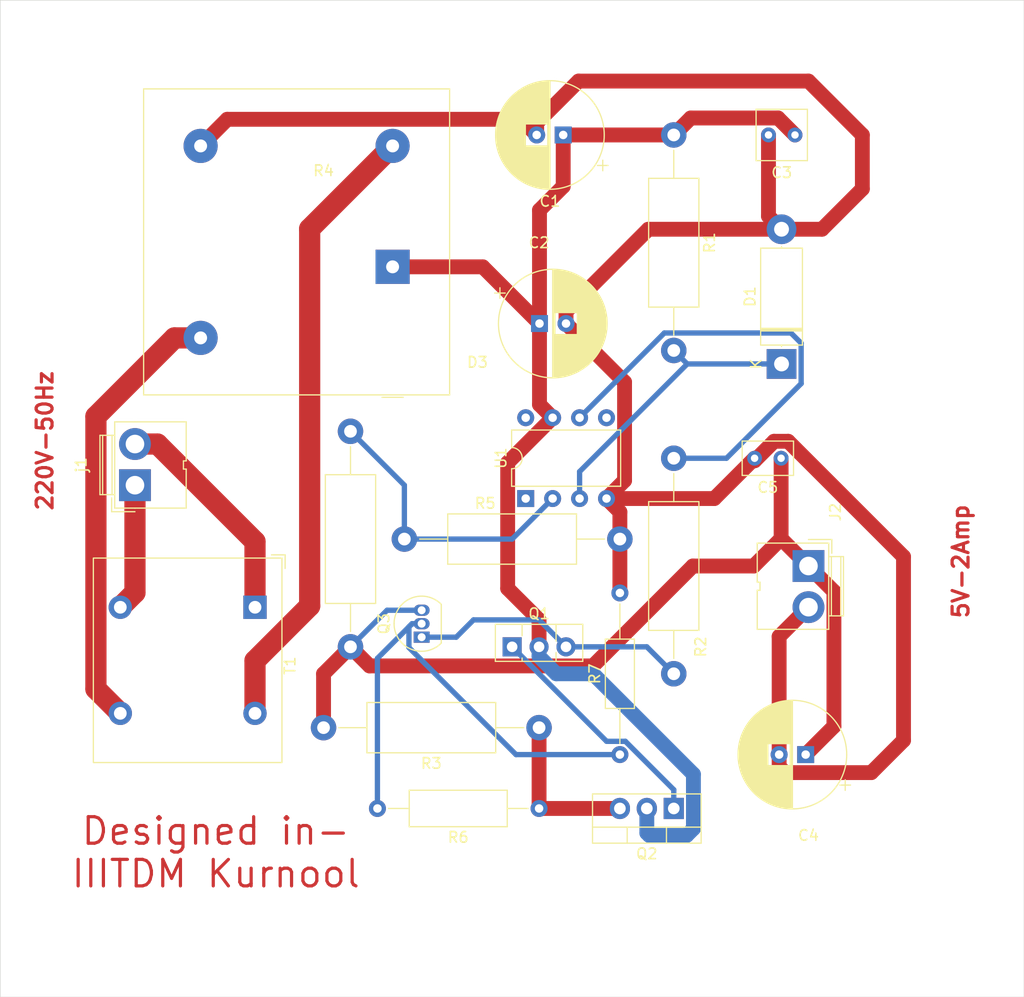
<source format=kicad_pcb>
(kicad_pcb (version 20240108) (generator "pcbnew") (generator_version "8.0")
  (layers (0 "F.Cu" signal) (31 "B.Cu" signal) (34 "B.Paste" user) (35 "F.Paste" user) (36 "B.SilkS" user "B.Silkscreen") (37 "F.SilkS" user "F.Silkscreen") (38 "B.Mask" user) (39 "F.Mask" user) (44 "Edge.Cuts" user))
  (net 0 "")
  (net 1 "GND")
  (net 2 "Net-(D3-+)")
  (net 3 "Net-(J2-Pin_1)")
  (net 4 "Net-(D1-K)")
  (net 5 "Net-(T1-SA)")
  (net 6 "Net-(T1-SB)")
  (net 7 "Net-(T1-AA)")
  (net 8 "Net-(T1-AB)")
  (net 9 "Net-(Q1-E)")
  (net 10 "Net-(Q1-B)")
  (net 11 "Net-(Q2-E)")
  (net 12 "Net-(Q3-B)")
  (net 13 "Net-(R2-Pad2)")
  (net 14 "Net-(U1--)")
  (footprint "Package_TO_SOT_THT:TO-126-3_Vertical" (layer "F.Cu") (at 180.34 104.14)
    (property "Reference" "Q1" (at 2.54 -3.12 0) (layer "F.SilkS"))
    (property "Value" "BD139")
    (pad "1" thru_hole rect (at 0 0) (size 1.8 1.8) (drill 1) (layers "*.Cu" "*.Mask") (net 9 "Net-(Q1-E)"))
    (pad "2" thru_hole oval (at 2.54 0) (size 1.8 1.8) (drill 1) (layers "*.Cu" "*.Mask") (net 2 "Net-(D3-+)"))
    (pad "3" thru_hole oval (at 5.08 0) (size 1.8 1.8) (drill 1) (layers "*.Cu" "*.Mask") (net 10 "Net-(Q1-B)"))
  )
  (footprint "Transformer_THT:Transformer_Zeming_ZMPT101K" (layer "F.Cu") (at 156.0975 100.41 -90)
    (property "Reference" "T1" (at 5.5 -3.3 90) (layer "F.SilkS"))
    (property "Value" "Transformer_1P_1S")
    (pad "1" thru_hole rect (at 0 0 270) (size 2.2 2.2) (drill 1.2) (layers "*.Cu" "*.Mask") (net 7 "Net-(T1-AA)"))
    (pad "2" thru_hole circle (at 0 12.7 270) (size 2.2 2.2) (drill 1.2) (layers "*.Cu" "*.Mask") (net 8 "Net-(T1-AB)"))
    (pad "3" thru_hole circle (at 10 12.7 270) (size 2.2 2.2) (drill 1.2) (layers "*.Cu" "*.Mask") (net 5 "Net-(T1-SA)"))
    (pad "4" thru_hole circle (at 10 0 270) (size 2.2 2.2) (drill 1.2) (layers "*.Cu" "*.Mask") (net 6 "Net-(T1-SB)"))
  )
  (footprint "Capacitor_THT:CP_Radial_D10.0mm_P2.50mm" (layer "F.Cu") (at 208.015354 114.3 180)
    (property "Reference" "C4" (at -0.264646 -7.62 180) (layer "F.SilkS"))
    (property "Value" "10000u")
    (pad "1" thru_hole rect (at 0 0 180) (size 1.6 1.6) (drill 0.8) (layers "*.Cu" "*.Mask") (net 3 "Net-(J2-Pin_1)"))
    (pad "2" thru_hole circle (at 2.5 0 180) (size 1.6 1.6) (drill 0.8) (layers "*.Cu" "*.Mask") (net 1 "GND"))
  )
  (footprint "Package_DIP:DIP-8_W7.62mm" (layer "F.Cu") (at 181.62 90.16 90)
    (property "Reference" "U1" (at 3.81 -2.33 -90) (layer "F.SilkS"))
    (property "Value" "OP07")
    (pad "1" thru_hole rect (at 0 0 90) (size 1.6 1.6) (drill 0.8) (layers "*.Cu" "*.Mask"))
    (pad "2" thru_hole oval (at 0 2.54 90) (size 1.6 1.6) (drill 0.8) (layers "*.Cu" "*.Mask") (net 14 "Net-(U1--)"))
    (pad "3" thru_hole oval (at 0 5.08 90) (size 1.6 1.6) (drill 0.8) (layers "*.Cu" "*.Mask") (net 4 "Net-(D1-K)"))
    (pad "4" thru_hole oval (at 0 7.62 90) (size 1.6 1.6) (drill 0.8) (layers "*.Cu" "*.Mask") (net 1 "GND"))
    (pad "5" thru_hole oval (at 7.62 7.62 90) (size 1.6 1.6) (drill 0.8) (layers "*.Cu" "*.Mask"))
    (pad "6" thru_hole oval (at 7.62 5.08 90) (size 1.6 1.6) (drill 0.8) (layers "*.Cu" "*.Mask") (net 13 "Net-(R2-Pad2)"))
    (pad "7" thru_hole oval (at 7.62 2.54 90) (size 1.6 1.6) (drill 0.8) (layers "*.Cu" "*.Mask") (net 2 "Net-(D3-+)"))
    (pad "8" thru_hole oval (at 7.62 0 90) (size 1.6 1.6) (drill 0.8) (layers "*.Cu" "*.Mask"))
  )
  (footprint "Package_TO_SOT_THT:TO-92_Inline" (layer "F.Cu") (at 171.81 103.23 90)
    (property "Reference" "Q3" (at 1.27 -3.56 -90) (layer "F.SilkS"))
    (property "Value" "2N2222")
    (pad "1" thru_hole rect (at 0 0 90) (size 1.05 1.5) (drill 0.75) (layers "*.Cu" "*.Mask") (net 10 "Net-(Q1-B)"))
    (pad "2" thru_hole oval (at 1.27 0 90) (size 1.05 1.5) (drill 0.75) (layers "*.Cu" "*.Mask") (net 12 "Net-(Q3-B)"))
    (pad "3" thru_hole oval (at 2.54 0 90) (size 1.05 1.5) (drill 0.75) (layers "*.Cu" "*.Mask") (net 3 "Net-(J2-Pin_1)"))
  )
  (footprint "Resistor_THT:R_Axial_DIN0414_L11.9mm_D4.5mm_P20.32mm_Horizontal" (layer "F.Cu") (at 195.58 55.88 -90)
    (property "Reference" "R1" (at 10.16 -3.37 90) (layer "F.SilkS"))
    (property "Value" "3.3k")
    (pad "1" thru_hole circle (at 0 0 270) (size 2.4 2.4) (drill 1.2) (layers "*.Cu" "*.Mask") (net 2 "Net-(D3-+)"))
    (pad "2" thru_hole oval (at 20.32 0 270) (size 2.4 2.4) (drill 1.2) (layers "*.Cu" "*.Mask") (net 4 "Net-(D1-K)"))
  )
  (footprint "Capacitor_THT:C_Rect_L4.6mm_W4.6mm_P2.50mm_MKS02_FKP02" (layer "F.Cu") (at 207.01 55.88 180)
    (property "Reference" "C3" (at 1.25 -3.55 180) (layer "F.SilkS"))
    (property "Value" "47u" (hide yes))
    (pad "1" thru_hole circle (at 0 0 180) (size 1.4 1.4) (drill 0.7) (layers "*.Cu" "*.Mask") (net 2 "Net-(D3-+)"))
    (pad "2" thru_hole circle (at 2.5 0 180) (size 1.4 1.4) (drill 0.7) (layers "*.Cu" "*.Mask") (net 1 "GND"))
  )
  (footprint "Resistor_THT:R_Axial_DIN0309_L9.0mm_D3.2mm_P15.24mm_Horizontal" (layer "F.Cu") (at 182.88 119.38 180)
    (property "Reference" "R6" (at 7.62 -2.72 180) (layer "F.SilkS"))
    (property "Value" "1k")
    (pad "1" thru_hole circle (at 0 0 180) (size 1.6 1.6) (drill 0.8) (layers "*.Cu" "*.Mask") (net 11 "Net-(Q2-E)"))
    (pad "2" thru_hole oval (at 15.24 0 180) (size 1.6 1.6) (drill 0.8) (layers "*.Cu" "*.Mask") (net 12 "Net-(Q3-B)"))
  )
  (footprint "Diode_THT:Diode_Bridge_GeneSiC_KBPC_W" (layer "F.Cu") (at 169.07 68.3125 180)
    (property "Reference" "D3" (at -8 -9 180) (layer "F.SilkS"))
    (property "Value" "KBPC3508W")
    (pad "1" thru_hole rect (at 0 0) (size 3.22 3.22) (drill 1.22) (layers "*.Cu" "*.Mask") (net 2 "Net-(D3-+)"))
    (pad "2" thru_hole circle (at 18.1 -6.7) (size 3.22 3.22) (drill 1.22) (layers "*.Cu" "*.Mask") (net 5 "Net-(T1-SA)"))
    (pad "3" thru_hole circle (at 18.1 11.4 90) (size 3.22 3.22) (drill 1.22) (layers "*.Cu" "*.Mask") (net 1 "GND"))
    (pad "4" thru_hole circle (at 0 11.4) (size 3.22 3.22) (drill 1.22) (layers "*.Cu" "*.Mask") (net 6 "Net-(T1-SB)"))
  )
  (footprint "Resistor_THT:R_Axial_DIN0414_L11.9mm_D4.5mm_P20.32mm_Horizontal" (layer "F.Cu") (at 182.88 111.76 180)
    (property "Reference" "R3" (at 10.16 -3.37 180) (layer "F.SilkS"))
    (property "Value" "2")
    (pad "1" thru_hole circle (at 0 0 180) (size 2.4 2.4) (drill 1.2) (layers "*.Cu" "*.Mask") (net 11 "Net-(Q2-E)"))
    (pad "2" thru_hole oval (at 20.32 0 180) (size 2.4 2.4) (drill 1.2) (layers "*.Cu" "*.Mask") (net 3 "Net-(J2-Pin_1)"))
  )
  (footprint "Resistor_THT:R_Axial_DIN0207_L6.3mm_D2.5mm_P15.24mm_Horizontal" (layer "F.Cu") (at 190.5 114.3 90)
    (property "Reference" "R7" (at 7.62 -2.37 -90) (layer "F.SilkS"))
    (property "Value" "1k")
    (pad "1" thru_hole circle (at 0 0 90) (size 1.6 1.6) (drill 0.8) (layers "*.Cu" "*.Mask") (net 12 "Net-(Q3-B)"))
    (pad "2" thru_hole oval (at 15.24 0 90) (size 1.6 1.6) (drill 0.8) (layers "*.Cu" "*.Mask") (net 1 "GND"))
  )
  (footprint "Resistor_THT:R_Axial_DIN0414_L11.9mm_D4.5mm_P20.32mm_Horizontal" (layer "F.Cu") (at 165.1 104.14 90)
    (property "Reference" "R4" (at 44.89 -2.54 0) (layer "F.SilkS"))
    (property "Value" "10k")
    (pad "1" thru_hole circle (at 0 0 90) (size 2.4 2.4) (drill 1.2) (layers "*.Cu" "*.Mask") (net 3 "Net-(J2-Pin_1)"))
    (pad "2" thru_hole oval (at 20.32 0 90) (size 2.4 2.4) (drill 1.2) (layers "*.Cu" "*.Mask") (net 14 "Net-(U1--)"))
  )
  (footprint "Resistor_THT:R_Axial_DIN0414_L11.9mm_D4.5mm_P20.32mm_Horizontal" (layer "F.Cu") (at 195.58 106.68 90)
    (property "Reference" "R2" (at 2.54 2.54 -90) (layer "F.SilkS"))
    (property "Value" "470")
    (pad "1" thru_hole circle (at 0 0 90) (size 2.4 2.4) (drill 1.2) (layers "*.Cu" "*.Mask") (net 10 "Net-(Q1-B)"))
    (pad "2" thru_hole oval (at 20.32 0 90) (size 2.4 2.4) (drill 1.2) (layers "*.Cu" "*.Mask") (net 13 "Net-(R2-Pad2)"))
  )
  (footprint "Package_TO_SOT_THT:TO-220-3_Vertical" (layer "F.Cu") (at 195.58 119.38 180)
    (property "Reference" "Q2" (at 2.54 -4.27 180) (layer "F.SilkS"))
    (property "Value" "TIP31C")
    (pad "1" thru_hole rect (at 0 0 180) (size 1.905 2) (drill 1.1) (layers "*.Cu" "*.Mask") (net 9 "Net-(Q1-E)"))
    (pad "2" thru_hole oval (at 2.54 0 180) (size 1.905 2) (drill 1.1) (layers "*.Cu" "*.Mask") (net 2 "Net-(D3-+)"))
    (pad "3" thru_hole oval (at 5.08 0 180) (size 1.905 2) (drill 1.1) (layers "*.Cu" "*.Mask") (net 11 "Net-(Q2-E)"))
  )
  (footprint "Capacitor_THT:CP_Radial_D10.0mm_P2.50mm" (layer "F.Cu") (at 182.92 73.66)
    (property "Reference" "C2" (at -0.04 -7.62 0) (layer "F.SilkS"))
    (property "Value" "10000u")
    (pad "1" thru_hole rect (at 0 0) (size 1.6 1.6) (drill 0.8) (layers "*.Cu" "*.Mask") (net 2 "Net-(D3-+)"))
    (pad "2" thru_hole circle (at 2.5 0) (size 1.6 1.6) (drill 0.8) (layers "*.Cu" "*.Mask") (net 1 "GND"))
  )
  (footprint "Connector:JWT_A3963_1x02_P3.96mm_Vertical" (layer "F.Cu") (at 208.28 96.52 -90)
    (property "Reference" "J2" (at -5.08 -2.54 90) (layer "F.SilkS"))
    (property "Value" "Conn_01x02_Socket")
    (pad "1" thru_hole rect (at 0 0 270) (size 3 3) (drill 1.75) (layers "*.Cu" "*.Mask") (net 3 "Net-(J2-Pin_1)"))
    (pad "2" thru_hole circle (at 3.88 0 270) (size 3 3) (drill 1.75) (layers "*.Cu" "*.Mask") (net 1 "GND"))
  )
  (footprint "Capacitor_THT:C_Rect_L4.6mm_W3.0mm_P2.50mm_MKS02_FKP02" (layer "F.Cu") (at 205.7 86.36 180)
    (property "Reference" "C5" (at 1.25 -2.75 180) (layer "F.SilkS"))
    (property "Value" "10n")
    (pad "1" thru_hole circle (at 0 0 180) (size 1.4 1.4) (drill 0.7) (layers "*.Cu" "*.Mask") (net 3 "Net-(J2-Pin_1)"))
    (pad "2" thru_hole circle (at 2.5 0 180) (size 1.4 1.4) (drill 0.7) (layers "*.Cu" "*.Mask") (net 1 "GND"))
  )
  (footprint "Diode_THT:D_5W_P12.70mm_Horizontal" (layer "F.Cu") (at 205.74 77.47 90)
    (property "Reference" "D1" (at 6.35 -2.97 -90) (layer "F.SilkS"))
    (property "Value" "D_Zener_Filled")
    (fp_text user "K" (at 0 -2.4 -90) (layer "F.SilkS"))
    (pad "1" thru_hole rect (at 0 0 90) (size 2.8 2.8) (drill 1.4) (layers "*.Cu" "*.Mask") (net 4 "Net-(D1-K)"))
    (pad "2" thru_hole oval (at 12.7 0 90) (size 2.8 2.8) (drill 1.4) (layers "*.Cu" "*.Mask") (net 1 "GND"))
  )
  (footprint "Resistor_THT:R_Axial_DIN0414_L11.9mm_D4.5mm_P20.32mm_Horizontal" (layer "F.Cu") (at 170.18 93.98)
    (property "Reference" "R5" (at 7.62 -3.37 0) (layer "F.SilkS"))
    (property "Value" "10k")
    (pad "1" thru_hole circle (at 0 0) (size 2.4 2.4) (drill 1.2) (layers "*.Cu" "*.Mask") (net 14 "Net-(U1--)"))
    (pad "2" thru_hole oval (at 20.32 0) (size 2.4 2.4) (drill 1.2) (layers "*.Cu" "*.Mask") (net 1 "GND"))
  )
  (footprint "Capacitor_THT:CP_Radial_D10.0mm_P2.50mm" (layer "F.Cu") (at 185.155354 55.88 180)
    (property "Reference" "C1" (at 1.25 -6.25 180) (layer "F.SilkS"))
    (property "Value" "10000u")
    (pad "1" thru_hole rect (at 0 0 180) (size 1.6 1.6) (drill 0.8) (layers "*.Cu" "*.Mask") (net 2 "Net-(D3-+)"))
    (pad "2" thru_hole circle (at 2.5 0 180) (size 1.6 1.6) (drill 0.8) (layers "*.Cu" "*.Mask") (net 1 "GND"))
  )
  (footprint "Connector:JWT_A3963_1x02_P3.96mm_Vertical" (layer "F.Cu") (at 144.78 88.9 90)
    (property "Reference" "j1" (at 1.91 -5.08 -90) (layer "F.SilkS"))
    (property "Value" "Conn_01x02_Socket")
    (pad "1" thru_hole rect (at 0 0 90) (size 3 3) (drill 1.75) (layers "*.Cu" "*.Mask") (net 8 "Net-(T1-AB)"))
    (pad "2" thru_hole circle (at 3.88 0 90) (size 3 3) (drill 1.75) (layers "*.Cu" "*.Mask") (net 7 "Net-(T1-AA)"))
  )
  (gr_rect (start 132.08 43.18) (end 228.6 137.16) (stroke (width 0.05)) (fill none) (layer "Edge.Cuts"))
  (gr_text "5V-2Amp" (at 223.52 101.6 90) (layer "F.Cu") (effects (font (size 1.5 1.5) (thickness 0.3) (bold yes)) (justify left bottom)))
  (gr_text "Designed in-\nIIITDM Kurnool" (at 152.4 127 0) (layer "F.Cu") (effects (font (size 2.5 2.5) (thickness 0.3) (bold yes)) (justify bottom)))
  (gr_text "220V-50Hz" (at 137.16 91.44 90) (layer "F.Cu") (effects (font (size 1.5 1.5) (thickness 0.3) (bold yes)) (justify left bottom)))
  (segment (start 190.5 93.98) (end 190.5 91.42) (width 1.4) (layer "F.Cu") (net 1))
  (segment (start 189.24 90.16) (end 199.4 90.16) (width 1.4) (layer "F.Cu") (net 1))
  (segment (start 182.655354 54.74863) (end 186.603984 50.8) (width 1.4) (layer "F.Cu") (net 1))
  (segment (start 217.24 112.96) (end 217.24 95.637258) (width 1.4) (layer "F.Cu") (net 1))
  (segment (start 213.36 60.96) (end 209.55 64.77) (width 1.4) (layer "F.Cu") (net 1))
  (segment (start 186.603984 50.8) (end 208.28 50.8) (width 1.4) (layer "F.Cu") (net 1))
  (segment (start 185.42 73.66) (end 185.42 72.52863) (width 1.4) (layer "F.Cu") (net 1))
  (segment (start 209.55 64.77) (end 205.74 64.77) (width 1.4) (layer "F.Cu") (net 1))
  (segment (start 206.083984 116) (end 214.2 116) (width 1.4) (layer "F.Cu") (net 1))
  (segment (start 205.515354 114.3) (end 205.515354 115.43137) (width 1.4) (layer "F.Cu") (net 1))
  (segment (start 205.515354 103.164646) (end 205.515354 114.3) (width 1.4) (layer "F.Cu") (net 1))
  (segment (start 213.36 55.88) (end 213.36 60.96) (width 1.4) (layer "F.Cu") (net 1))
  (segment (start 190.5 93.98) (end 190.5 99.06) (width 1.4) (layer "F.Cu") (net 1))
  (segment (start 150.97 56.9125) (end 153.48 54.4025) (width 1.4) (layer "F.Cu") (net 1))
  (segment (start 190.94 79.18) (end 190.94 88.46) (width 1.4) (layer "F.Cu") (net 1))
  (segment (start 193.17863 64.77) (end 205.74 64.77) (width 1.4) (layer "F.Cu") (net 1))
  (segment (start 214.2 116) (end 217.24 112.96) (width 1.4) (layer "F.Cu") (net 1))
  (segment (start 190.94 88.46) (end 189.24 90.16) (width 1.4) (layer "F.Cu") (net 1))
  (segment (start 208.28 50.8) (end 213.36 55.88) (width 1.4) (layer "F.Cu") (net 1))
  (segment (start 217.24 95.637258) (end 206.362742 84.76) (width 1.4) (layer "F.Cu") (net 1))
  (segment (start 185.42 72.52863) (end 193.17863 64.77) (width 1.4) (layer "F.Cu") (net 1))
  (segment (start 208.28 100.4) (end 205.515354 103.164646) (width 1.4) (layer "F.Cu") (net 1))
  (segment (start 181.177854 54.4025) (end 182.655354 55.88) (width 1.4) (layer "F.Cu") (net 1))
  (segment (start 185.42 73.66) (end 190.94 79.18) (width 1.4) (layer "F.Cu") (net 1))
  (segment (start 204.51 63.54) (end 205.74 64.77) (width 1.4) (layer "F.Cu") (net 1))
  (segment (start 204.51 55.88) (end 204.51 63.54) (width 1.4) (layer "F.Cu") (net 1))
  (segment (start 205.037258 84.76) (end 203.2 86.597258) (width 1.4) (layer "F.Cu") (net 1))
  (segment (start 205.515354 115.43137) (end 206.083984 116) (width 1.4) (layer "F.Cu") (net 1))
  (segment (start 153.48 54.4025) (end 181.177854 54.4025) (width 1.4) (layer "F.Cu") (net 1))
  (segment (start 199.4 90.16) (end 203.2 86.36) (width 1.4) (layer "F.Cu") (net 1))
  (segment (start 206.362742 84.76) (end 205.037258 84.76) (width 1.4) (layer "F.Cu") (net 1))
  (segment (start 182.655354 55.88) (end 182.655354 54.74863) (width 1.4) (layer "F.Cu") (net 1))
  (segment (start 203.2 86.597258) (end 203.2 86.36) (width 1.4) (layer "F.Cu") (net 1))
  (segment (start 190.5 91.42) (end 189.24 90.16) (width 1.4) (layer "F.Cu") (net 1))
  (segment (start 197.18 54.28) (end 205.41 54.28) (width 1.4) (layer "F.Cu") (net 2))
  (segment (start 205.41 54.28) (end 207.01 55.88) (width 1.4) (layer "F.Cu") (net 2))
  (segment (start 169.07 68.3125) (end 177.5725 68.3125) (width 1.4) (layer "F.Cu") (net 2))
  (segment (start 185.155354 55.88) (end 185.155354 60.729646) (width 1.4) (layer "F.Cu") (net 2))
  (segment (start 182.92 73.66) (end 182.92 81.3) (width 1.4) (layer "F.Cu") (net 2))
  (segment (start 184.16 82.54) (end 179.92 86.78) (width 1.4) (layer "F.Cu") (net 2))
  (segment (start 179.92 86.78) (end 179.92 98.64) (width 1.4) (layer "F.Cu") (net 2))
  (segment (start 182.88 101.6) (end 182.88 104.14) (width 1.4) (layer "F.Cu") (net 2))
  (segment (start 177.5725 68.3125) (end 182.92 73.66) (width 1.4) (layer "F.Cu") (net 2))
  (segment (start 182.92 62.965) (end 185.155354 60.729646) (width 1.4) (layer "F.Cu") (net 2))
  (segment (start 195.58 55.88) (end 197.18 54.28) (width 1.4) (layer "F.Cu") (net 2))
  (segment (start 179.92 98.64) (end 182.88 101.6) (width 1.4) (layer "F.Cu") (net 2))
  (segment (start 182.92 81.3) (end 184.16 82.54) (width 1.4) (layer "F.Cu") (net 2))
  (segment (start 182.92 73.66) (end 182.92 62.965) (width 1.4) (layer "F.Cu") (net 2))
  (segment (start 185.155354 55.88) (end 195.58 55.88) (width 1.4) (layer "F.Cu") (net 2))
  (segment (start 182.88 105.053654) (end 184.506346 106.68) (width 1.4) (layer "B.Cu") (net 2))
  (segment (start 197.4325 121.28) (end 197.4325 116.1525) (width 1.4) (layer "B.Cu") (net 2))
  (segment (start 193.275 121.92) (end 196.7925 121.92) (width 1.4) (layer "B.Cu") (net 2))
  (segment (start 184.506346 106.68) (end 187.96 106.68) (width 1.4) (layer "B.Cu") (net 2))
  (segment (start 193.04 119.38) (end 193.04 121.685) (width 1.4) (layer "B.Cu") (net 2))
  (segment (start 187.96 106.68) (end 197.4325 116.1525) (width 1.4) (layer "B.Cu") (net 2))
  (segment (start 196.7925 121.92) (end 197.4325 121.28) (width 1.4) (layer "B.Cu") (net 2))
  (segment (start 182.88 104.14) (end 182.88 105.053654) (width 1.4) (layer "B.Cu") (net 2))
  (segment (start 193.04 121.685) (end 193.275 121.92) (width 1.4) (layer "B.Cu") (net 2))
  (segment (start 205.7 86.36) (end 205.7 93.94) (width 1.4) (layer "F.Cu") (net 3))
  (segment (start 210.68 98.92) (end 208.28 96.52) (width 1.4) (layer "F.Cu") (net 3))
  (segment (start 165.1 104.14) (end 166.9 105.94) (width 1.4) (layer "F.Cu") (net 3))
  (segment (start 197.38 96.52) (end 187.96 105.94) (width 1.4) (layer "F.Cu") (net 3))
  (segment (start 162.56 111.76) (end 162.56 106.68) (width 1.4) (layer "F.Cu") (net 3))
  (segment (start 187.96 105.94) (end 166.9 105.94) (width 1.4) (layer "F.Cu") (net 3))
  (segment (start 210.68 111.635354) (end 210.68 98.92) (width 1.4) (layer "F.Cu") (net 3))
  (segment (start 162.56 106.68) (end 165.1 104.14) (width 1.4) (layer "F.Cu") (net 3))
  (segment (start 197.38 96.52) (end 203.12 96.52) (width 1.4) (layer "F.Cu") (net 3))
  (segment (start 208.015354 114.3) (end 210.68 111.635354) (width 1.4) (layer "F.Cu") (net 3))
  (segment (start 205.7 93.94) (end 208.28 96.52) (width 1.4) (layer "F.Cu") (net 3))
  (segment (start 203.12 96.52) (end 205.7 93.94) (width 1.4) (layer "F.Cu") (net 3))
  (segment (start 168.55 100.69) (end 165.1 104.14) (width 0.5) (layer "B.Cu") (net 3))
  (segment (start 171.81 100.69) (end 168.55 100.69) (width 0.5) (layer "B.Cu") (net 3))
  (segment (start 205.74 77.47) (end 196.85 77.47) (width 0.5) (layer "B.Cu") (net 4))
  (segment (start 186.7 87.62) (end 196.85 77.47) (width 0.5) (layer "B.Cu") (net 4))
  (segment (start 186.7 90.16) (end 186.7 87.62) (width 0.5) (layer "B.Cu") (net 4))
  (segment (start 196.85 77.47) (end 195.58 76.2) (width 0.5) (layer "B.Cu") (net 4))
  (segment (start 141.0975 108.11) (end 141.0975 82.4225) (width 2) (layer "F.Cu") (net 5))
  (segment (start 141.0975 82.4225) (end 148.5075 75.0125) (width 2) (layer "F.Cu") (net 5))
  (segment (start 148.5075 75.0125) (end 150.97 75.0125) (width 2) (layer "F.Cu") (net 5))
  (segment (start 143.3975 110.41) (end 141.0975 108.11) (width 2) (layer "F.Cu") (net 5))
  (segment (start 161.25125 100.29125) (end 161.25125 64.73125) (width 2) (layer "F.Cu") (net 6))
  (segment (start 161.25125 64.73125) (end 169.07 56.9125) (width 2) (layer "F.Cu") (net 6))
  (segment (start 161.25125 100.29125) (end 156.0975 105.445) (width 2) (layer "F.Cu") (net 6))
  (segment (start 156.0975 105.445) (end 156.0975 110.41) (width 2) (layer "F.Cu") (net 6))
  (segment (start 146.90132 85.02) (end 156.0975 94.21618) (width 2) (layer "F.Cu") (net 7))
  (segment (start 156.0975 94.21618) (end 156.0975 100.41) (width 2) (layer "F.Cu") (net 7))
  (segment (start 144.78 85.02) (end 146.90132 85.02) (width 2) (layer "F.Cu") (net 7))
  (segment (start 144.78 88.9) (end 144.78 99.0275) (width 2) (layer "F.Cu") (net 8))
  (segment (start 144.78 99.0275) (end 143.3975 100.41) (width 2) (layer "F.Cu") (net 8))
  (segment (start 180.34 104.14) (end 189.25 113.05) (width 0.5) (layer "B.Cu") (net 9))
  (segment (start 195.58 117.612233) (end 195.58 119.38) (width 0.5) (layer "B.Cu") (net 9))
  (segment (start 189.25 113.05) (end 191.017767 113.05) (width 0.5) (layer "B.Cu") (net 9))
  (segment (start 191.017767 113.05) (end 195.58 117.612233) (width 0.5) (layer "B.Cu") (net 9))
  (segment (start 185.42 104.14) (end 193.04 104.14) (width 0.5) (layer "B.Cu") (net 10))
  (segment (start 171.81 103.23) (end 175.07 103.23) (width 0.5) (layer "B.Cu") (net 10))
  (segment (start 193.04 104.14) (end 195.58 106.68) (width 0.5) (layer "B.Cu") (net 10))
  (segment (start 176.7 101.6) (end 182.88 101.6) (width 0.5) (layer "B.Cu") (net 10))
  (segment (start 175.07 103.23) (end 176.7 101.6) (width 0.5) (layer "B.Cu") (net 10))
  (segment (start 182.88 101.6) (end 185.42 104.14) (width 0.5) (layer "B.Cu") (net 10))
  (segment (start 190.5 119.38) (end 182.88 119.38) (width 1.4) (layer "F.Cu") (net 11))
  (segment (start 182.88 111.76) (end 182.88 119.38) (width 1.4) (layer "F.Cu") (net 11))
  (segment (start 180.705 114.3) (end 190.5 114.3) (width 0.5) (layer "B.Cu") (net 12))
  (segment (start 171.81 101.96) (end 170.905 101.96) (width 0.5) (layer "B.Cu") (net 12))
  (segment (start 167.64 105.225) (end 170.905 101.96) (width 0.5) (layer "B.Cu") (net 12))
  (segment (start 170.61 104.205) (end 180.705 114.3) (width 0.5) (layer "B.Cu") (net 12))
  (segment (start 170.61 102.255) (end 170.61 104.205) (width 0.5) (layer "B.Cu") (net 12))
  (segment (start 167.64 119.38) (end 167.64 105.225) (width 0.5) (layer "B.Cu") (net 12))
  (segment (start 170.905 101.96) (end 170.61 102.255) (width 0.5) (layer "B.Cu") (net 12))
  (segment (start 194.69 74.55) (end 206.63 74.55) (width 0.5) (layer "B.Cu") (net 13))
  (segment (start 200.55 86.36) (end 195.58 86.36) (width 0.5) (layer "B.Cu") (net 13))
  (segment (start 207.59 75.51) (end 207.59 79.32) (width 0.5) (layer "B.Cu") (net 13))
  (segment (start 207.59 79.32) (end 200.55 86.36) (width 0.5) (layer "B.Cu") (net 13))
  (segment (start 206.63 74.55) (end 207.59 75.51) (width 0.5) (layer "B.Cu") (net 13))
  (segment (start 186.7 82.54) (end 194.69 74.55) (width 0.5) (layer "B.Cu") (net 13))
  (segment (start 170.18 88.9) (end 170.18 93.98) (width 0.5) (layer "B.Cu") (net 14))
  (segment (start 165.1 83.82) (end 170.18 88.9) (width 0.5) (layer "B.Cu") (net 14))
  (segment (start 184.16 90.16) (end 180.34 93.98) (width 0.5) (layer "B.Cu") (net 14))
  (segment (start 180.34 93.98) (end 170.18 93.98) (width 0.5) (layer "B.Cu") (net 14))
)
</source>
